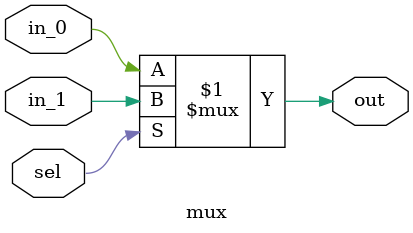
<source format=v>
`timescale 1ns / 1ps


module mux(
    in_0,
    in_1,
    sel,
    out
    );
    
    input in_0, in_1;
    input sel;
    output out;
    
    assign out = sel ? in_1 : in_0;
    
endmodule

</source>
